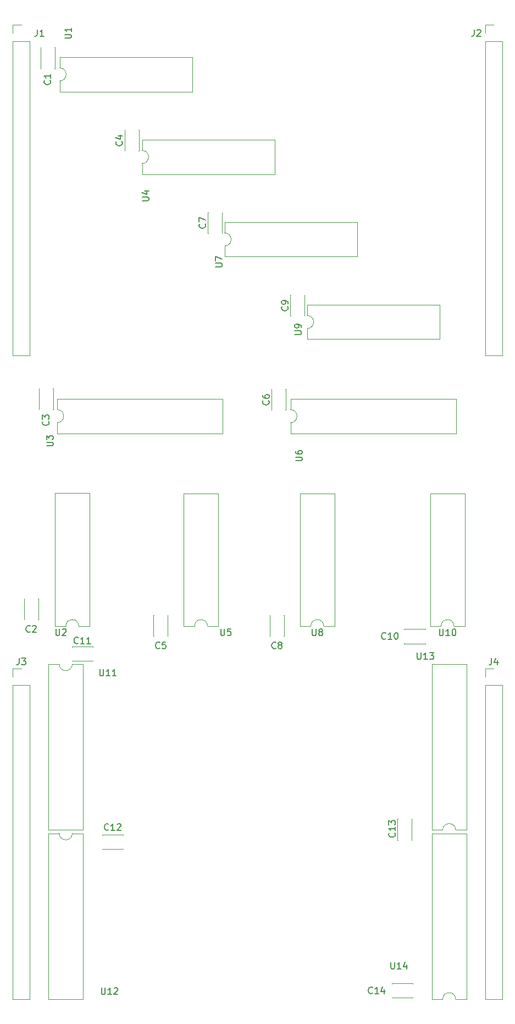
<source format=gbr>
%TF.GenerationSoftware,KiCad,Pcbnew,7.0.6-0*%
%TF.CreationDate,2023-08-04T10:28:54-07:00*%
%TF.ProjectId,V503,56353033-2e6b-4696-9361-645f70636258,rev?*%
%TF.SameCoordinates,Original*%
%TF.FileFunction,Legend,Top*%
%TF.FilePolarity,Positive*%
%FSLAX46Y46*%
G04 Gerber Fmt 4.6, Leading zero omitted, Abs format (unit mm)*
G04 Created by KiCad (PCBNEW 7.0.6-0) date 2023-08-04 10:28:54*
%MOMM*%
%LPD*%
G01*
G04 APERTURE LIST*
%ADD10C,0.150000*%
%ADD11C,0.120000*%
G04 APERTURE END LIST*
D10*
X55080819Y-56895904D02*
X55890342Y-56895904D01*
X55890342Y-56895904D02*
X55985580Y-56848285D01*
X55985580Y-56848285D02*
X56033200Y-56800666D01*
X56033200Y-56800666D02*
X56080819Y-56705428D01*
X56080819Y-56705428D02*
X56080819Y-56514952D01*
X56080819Y-56514952D02*
X56033200Y-56419714D01*
X56033200Y-56419714D02*
X55985580Y-56372095D01*
X55985580Y-56372095D02*
X55890342Y-56324476D01*
X55890342Y-56324476D02*
X55080819Y-56324476D01*
X55414152Y-55419714D02*
X56080819Y-55419714D01*
X55033200Y-55657809D02*
X55747485Y-55895904D01*
X55747485Y-55895904D02*
X55747485Y-55276857D01*
X40348819Y-94614904D02*
X41158342Y-94614904D01*
X41158342Y-94614904D02*
X41253580Y-94567285D01*
X41253580Y-94567285D02*
X41301200Y-94519666D01*
X41301200Y-94519666D02*
X41348819Y-94424428D01*
X41348819Y-94424428D02*
X41348819Y-94233952D01*
X41348819Y-94233952D02*
X41301200Y-94138714D01*
X41301200Y-94138714D02*
X41253580Y-94091095D01*
X41253580Y-94091095D02*
X41158342Y-94043476D01*
X41158342Y-94043476D02*
X40348819Y-94043476D01*
X40348819Y-93662523D02*
X40348819Y-93043476D01*
X40348819Y-93043476D02*
X40729771Y-93376809D01*
X40729771Y-93376809D02*
X40729771Y-93233952D01*
X40729771Y-93233952D02*
X40777390Y-93138714D01*
X40777390Y-93138714D02*
X40825009Y-93091095D01*
X40825009Y-93091095D02*
X40920247Y-93043476D01*
X40920247Y-93043476D02*
X41158342Y-93043476D01*
X41158342Y-93043476D02*
X41253580Y-93091095D01*
X41253580Y-93091095D02*
X41301200Y-93138714D01*
X41301200Y-93138714D02*
X41348819Y-93233952D01*
X41348819Y-93233952D02*
X41348819Y-93519666D01*
X41348819Y-93519666D02*
X41301200Y-93614904D01*
X41301200Y-93614904D02*
X41253580Y-93662523D01*
X77448580Y-73191666D02*
X77496200Y-73239285D01*
X77496200Y-73239285D02*
X77543819Y-73382142D01*
X77543819Y-73382142D02*
X77543819Y-73477380D01*
X77543819Y-73477380D02*
X77496200Y-73620237D01*
X77496200Y-73620237D02*
X77400961Y-73715475D01*
X77400961Y-73715475D02*
X77305723Y-73763094D01*
X77305723Y-73763094D02*
X77115247Y-73810713D01*
X77115247Y-73810713D02*
X76972390Y-73810713D01*
X76972390Y-73810713D02*
X76781914Y-73763094D01*
X76781914Y-73763094D02*
X76686676Y-73715475D01*
X76686676Y-73715475D02*
X76591438Y-73620237D01*
X76591438Y-73620237D02*
X76543819Y-73477380D01*
X76543819Y-73477380D02*
X76543819Y-73382142D01*
X76543819Y-73382142D02*
X76591438Y-73239285D01*
X76591438Y-73239285D02*
X76639057Y-73191666D01*
X77543819Y-72715475D02*
X77543819Y-72524999D01*
X77543819Y-72524999D02*
X77496200Y-72429761D01*
X77496200Y-72429761D02*
X77448580Y-72382142D01*
X77448580Y-72382142D02*
X77305723Y-72286904D01*
X77305723Y-72286904D02*
X77115247Y-72239285D01*
X77115247Y-72239285D02*
X76734295Y-72239285D01*
X76734295Y-72239285D02*
X76639057Y-72286904D01*
X76639057Y-72286904D02*
X76591438Y-72334523D01*
X76591438Y-72334523D02*
X76543819Y-72429761D01*
X76543819Y-72429761D02*
X76543819Y-72620237D01*
X76543819Y-72620237D02*
X76591438Y-72715475D01*
X76591438Y-72715475D02*
X76639057Y-72763094D01*
X76639057Y-72763094D02*
X76734295Y-72810713D01*
X76734295Y-72810713D02*
X76972390Y-72810713D01*
X76972390Y-72810713D02*
X77067628Y-72763094D01*
X77067628Y-72763094D02*
X77115247Y-72715475D01*
X77115247Y-72715475D02*
X77162866Y-72620237D01*
X77162866Y-72620237D02*
X77162866Y-72429761D01*
X77162866Y-72429761D02*
X77115247Y-72334523D01*
X77115247Y-72334523D02*
X77067628Y-72286904D01*
X77067628Y-72286904D02*
X76972390Y-72239285D01*
X57765333Y-125708580D02*
X57717714Y-125756200D01*
X57717714Y-125756200D02*
X57574857Y-125803819D01*
X57574857Y-125803819D02*
X57479619Y-125803819D01*
X57479619Y-125803819D02*
X57336762Y-125756200D01*
X57336762Y-125756200D02*
X57241524Y-125660961D01*
X57241524Y-125660961D02*
X57193905Y-125565723D01*
X57193905Y-125565723D02*
X57146286Y-125375247D01*
X57146286Y-125375247D02*
X57146286Y-125232390D01*
X57146286Y-125232390D02*
X57193905Y-125041914D01*
X57193905Y-125041914D02*
X57241524Y-124946676D01*
X57241524Y-124946676D02*
X57336762Y-124851438D01*
X57336762Y-124851438D02*
X57479619Y-124803819D01*
X57479619Y-124803819D02*
X57574857Y-124803819D01*
X57574857Y-124803819D02*
X57717714Y-124851438D01*
X57717714Y-124851438D02*
X57765333Y-124899057D01*
X58670095Y-124803819D02*
X58193905Y-124803819D01*
X58193905Y-124803819D02*
X58146286Y-125280009D01*
X58146286Y-125280009D02*
X58193905Y-125232390D01*
X58193905Y-125232390D02*
X58289143Y-125184771D01*
X58289143Y-125184771D02*
X58527238Y-125184771D01*
X58527238Y-125184771D02*
X58622476Y-125232390D01*
X58622476Y-125232390D02*
X58670095Y-125280009D01*
X58670095Y-125280009D02*
X58717714Y-125375247D01*
X58717714Y-125375247D02*
X58717714Y-125613342D01*
X58717714Y-125613342D02*
X58670095Y-125708580D01*
X58670095Y-125708580D02*
X58622476Y-125756200D01*
X58622476Y-125756200D02*
X58527238Y-125803819D01*
X58527238Y-125803819D02*
X58289143Y-125803819D01*
X58289143Y-125803819D02*
X58193905Y-125756200D01*
X58193905Y-125756200D02*
X58146286Y-125708580D01*
X48799905Y-178016819D02*
X48799905Y-178826342D01*
X48799905Y-178826342D02*
X48847524Y-178921580D01*
X48847524Y-178921580D02*
X48895143Y-178969200D01*
X48895143Y-178969200D02*
X48990381Y-179016819D01*
X48990381Y-179016819D02*
X49180857Y-179016819D01*
X49180857Y-179016819D02*
X49276095Y-178969200D01*
X49276095Y-178969200D02*
X49323714Y-178921580D01*
X49323714Y-178921580D02*
X49371333Y-178826342D01*
X49371333Y-178826342D02*
X49371333Y-178016819D01*
X50371333Y-179016819D02*
X49799905Y-179016819D01*
X50085619Y-179016819D02*
X50085619Y-178016819D01*
X50085619Y-178016819D02*
X49990381Y-178159676D01*
X49990381Y-178159676D02*
X49895143Y-178254914D01*
X49895143Y-178254914D02*
X49799905Y-178302533D01*
X50752286Y-178112057D02*
X50799905Y-178064438D01*
X50799905Y-178064438D02*
X50895143Y-178016819D01*
X50895143Y-178016819D02*
X51133238Y-178016819D01*
X51133238Y-178016819D02*
X51228476Y-178064438D01*
X51228476Y-178064438D02*
X51276095Y-178112057D01*
X51276095Y-178112057D02*
X51323714Y-178207295D01*
X51323714Y-178207295D02*
X51323714Y-178302533D01*
X51323714Y-178302533D02*
X51276095Y-178445390D01*
X51276095Y-178445390D02*
X50704667Y-179016819D01*
X50704667Y-179016819D02*
X51323714Y-179016819D01*
X64748580Y-60491666D02*
X64796200Y-60539285D01*
X64796200Y-60539285D02*
X64843819Y-60682142D01*
X64843819Y-60682142D02*
X64843819Y-60777380D01*
X64843819Y-60777380D02*
X64796200Y-60920237D01*
X64796200Y-60920237D02*
X64700961Y-61015475D01*
X64700961Y-61015475D02*
X64605723Y-61063094D01*
X64605723Y-61063094D02*
X64415247Y-61110713D01*
X64415247Y-61110713D02*
X64272390Y-61110713D01*
X64272390Y-61110713D02*
X64081914Y-61063094D01*
X64081914Y-61063094D02*
X63986676Y-61015475D01*
X63986676Y-61015475D02*
X63891438Y-60920237D01*
X63891438Y-60920237D02*
X63843819Y-60777380D01*
X63843819Y-60777380D02*
X63843819Y-60682142D01*
X63843819Y-60682142D02*
X63891438Y-60539285D01*
X63891438Y-60539285D02*
X63939057Y-60491666D01*
X63843819Y-60158332D02*
X63843819Y-59491666D01*
X63843819Y-59491666D02*
X64843819Y-59920237D01*
X78575819Y-77469904D02*
X79385342Y-77469904D01*
X79385342Y-77469904D02*
X79480580Y-77422285D01*
X79480580Y-77422285D02*
X79528200Y-77374666D01*
X79528200Y-77374666D02*
X79575819Y-77279428D01*
X79575819Y-77279428D02*
X79575819Y-77088952D01*
X79575819Y-77088952D02*
X79528200Y-76993714D01*
X79528200Y-76993714D02*
X79480580Y-76946095D01*
X79480580Y-76946095D02*
X79385342Y-76898476D01*
X79385342Y-76898476D02*
X78575819Y-76898476D01*
X79575819Y-76374666D02*
X79575819Y-76184190D01*
X79575819Y-76184190D02*
X79528200Y-76088952D01*
X79528200Y-76088952D02*
X79480580Y-76041333D01*
X79480580Y-76041333D02*
X79337723Y-75946095D01*
X79337723Y-75946095D02*
X79147247Y-75898476D01*
X79147247Y-75898476D02*
X78766295Y-75898476D01*
X78766295Y-75898476D02*
X78671057Y-75946095D01*
X78671057Y-75946095D02*
X78623438Y-75993714D01*
X78623438Y-75993714D02*
X78575819Y-76088952D01*
X78575819Y-76088952D02*
X78575819Y-76279428D01*
X78575819Y-76279428D02*
X78623438Y-76374666D01*
X78623438Y-76374666D02*
X78671057Y-76422285D01*
X78671057Y-76422285D02*
X78766295Y-76469904D01*
X78766295Y-76469904D02*
X79004390Y-76469904D01*
X79004390Y-76469904D02*
X79099628Y-76422285D01*
X79099628Y-76422285D02*
X79147247Y-76374666D01*
X79147247Y-76374666D02*
X79194866Y-76279428D01*
X79194866Y-76279428D02*
X79194866Y-76088952D01*
X79194866Y-76088952D02*
X79147247Y-75993714D01*
X79147247Y-75993714D02*
X79099628Y-75946095D01*
X79099628Y-75946095D02*
X79004390Y-75898476D01*
X78702819Y-96900904D02*
X79512342Y-96900904D01*
X79512342Y-96900904D02*
X79607580Y-96853285D01*
X79607580Y-96853285D02*
X79655200Y-96805666D01*
X79655200Y-96805666D02*
X79702819Y-96710428D01*
X79702819Y-96710428D02*
X79702819Y-96519952D01*
X79702819Y-96519952D02*
X79655200Y-96424714D01*
X79655200Y-96424714D02*
X79607580Y-96377095D01*
X79607580Y-96377095D02*
X79512342Y-96329476D01*
X79512342Y-96329476D02*
X78702819Y-96329476D01*
X78702819Y-95424714D02*
X78702819Y-95615190D01*
X78702819Y-95615190D02*
X78750438Y-95710428D01*
X78750438Y-95710428D02*
X78798057Y-95758047D01*
X78798057Y-95758047D02*
X78940914Y-95853285D01*
X78940914Y-95853285D02*
X79131390Y-95900904D01*
X79131390Y-95900904D02*
X79512342Y-95900904D01*
X79512342Y-95900904D02*
X79607580Y-95853285D01*
X79607580Y-95853285D02*
X79655200Y-95805666D01*
X79655200Y-95805666D02*
X79702819Y-95710428D01*
X79702819Y-95710428D02*
X79702819Y-95519952D01*
X79702819Y-95519952D02*
X79655200Y-95424714D01*
X79655200Y-95424714D02*
X79607580Y-95377095D01*
X79607580Y-95377095D02*
X79512342Y-95329476D01*
X79512342Y-95329476D02*
X79274247Y-95329476D01*
X79274247Y-95329476D02*
X79179009Y-95377095D01*
X79179009Y-95377095D02*
X79131390Y-95424714D01*
X79131390Y-95424714D02*
X79083771Y-95519952D01*
X79083771Y-95519952D02*
X79083771Y-95710428D01*
X79083771Y-95710428D02*
X79131390Y-95805666D01*
X79131390Y-95805666D02*
X79179009Y-95853285D01*
X79179009Y-95853285D02*
X79274247Y-95900904D01*
X41783095Y-122771819D02*
X41783095Y-123581342D01*
X41783095Y-123581342D02*
X41830714Y-123676580D01*
X41830714Y-123676580D02*
X41878333Y-123724200D01*
X41878333Y-123724200D02*
X41973571Y-123771819D01*
X41973571Y-123771819D02*
X42164047Y-123771819D01*
X42164047Y-123771819D02*
X42259285Y-123724200D01*
X42259285Y-123724200D02*
X42306904Y-123676580D01*
X42306904Y-123676580D02*
X42354523Y-123581342D01*
X42354523Y-123581342D02*
X42354523Y-122771819D01*
X42783095Y-122867057D02*
X42830714Y-122819438D01*
X42830714Y-122819438D02*
X42925952Y-122771819D01*
X42925952Y-122771819D02*
X43164047Y-122771819D01*
X43164047Y-122771819D02*
X43259285Y-122819438D01*
X43259285Y-122819438D02*
X43306904Y-122867057D01*
X43306904Y-122867057D02*
X43354523Y-122962295D01*
X43354523Y-122962295D02*
X43354523Y-123057533D01*
X43354523Y-123057533D02*
X43306904Y-123200390D01*
X43306904Y-123200390D02*
X42735476Y-123771819D01*
X42735476Y-123771819D02*
X43354523Y-123771819D01*
X43142819Y-31876904D02*
X43952342Y-31876904D01*
X43952342Y-31876904D02*
X44047580Y-31829285D01*
X44047580Y-31829285D02*
X44095200Y-31781666D01*
X44095200Y-31781666D02*
X44142819Y-31686428D01*
X44142819Y-31686428D02*
X44142819Y-31495952D01*
X44142819Y-31495952D02*
X44095200Y-31400714D01*
X44095200Y-31400714D02*
X44047580Y-31353095D01*
X44047580Y-31353095D02*
X43952342Y-31305476D01*
X43952342Y-31305476D02*
X43142819Y-31305476D01*
X44142819Y-30305476D02*
X44142819Y-30876904D01*
X44142819Y-30591190D02*
X43142819Y-30591190D01*
X43142819Y-30591190D02*
X43285676Y-30686428D01*
X43285676Y-30686428D02*
X43380914Y-30781666D01*
X43380914Y-30781666D02*
X43428533Y-30876904D01*
X93958580Y-154185857D02*
X94006200Y-154233476D01*
X94006200Y-154233476D02*
X94053819Y-154376333D01*
X94053819Y-154376333D02*
X94053819Y-154471571D01*
X94053819Y-154471571D02*
X94006200Y-154614428D01*
X94006200Y-154614428D02*
X93910961Y-154709666D01*
X93910961Y-154709666D02*
X93815723Y-154757285D01*
X93815723Y-154757285D02*
X93625247Y-154804904D01*
X93625247Y-154804904D02*
X93482390Y-154804904D01*
X93482390Y-154804904D02*
X93291914Y-154757285D01*
X93291914Y-154757285D02*
X93196676Y-154709666D01*
X93196676Y-154709666D02*
X93101438Y-154614428D01*
X93101438Y-154614428D02*
X93053819Y-154471571D01*
X93053819Y-154471571D02*
X93053819Y-154376333D01*
X93053819Y-154376333D02*
X93101438Y-154233476D01*
X93101438Y-154233476D02*
X93149057Y-154185857D01*
X94053819Y-153233476D02*
X94053819Y-153804904D01*
X94053819Y-153519190D02*
X93053819Y-153519190D01*
X93053819Y-153519190D02*
X93196676Y-153614428D01*
X93196676Y-153614428D02*
X93291914Y-153709666D01*
X93291914Y-153709666D02*
X93339533Y-153804904D01*
X93053819Y-152900142D02*
X93053819Y-152281095D01*
X93053819Y-152281095D02*
X93434771Y-152614428D01*
X93434771Y-152614428D02*
X93434771Y-152471571D01*
X93434771Y-152471571D02*
X93482390Y-152376333D01*
X93482390Y-152376333D02*
X93530009Y-152328714D01*
X93530009Y-152328714D02*
X93625247Y-152281095D01*
X93625247Y-152281095D02*
X93863342Y-152281095D01*
X93863342Y-152281095D02*
X93958580Y-152328714D01*
X93958580Y-152328714D02*
X94006200Y-152376333D01*
X94006200Y-152376333D02*
X94053819Y-152471571D01*
X94053819Y-152471571D02*
X94053819Y-152757285D01*
X94053819Y-152757285D02*
X94006200Y-152852523D01*
X94006200Y-152852523D02*
X93958580Y-152900142D01*
X66383819Y-67055904D02*
X67193342Y-67055904D01*
X67193342Y-67055904D02*
X67288580Y-67008285D01*
X67288580Y-67008285D02*
X67336200Y-66960666D01*
X67336200Y-66960666D02*
X67383819Y-66865428D01*
X67383819Y-66865428D02*
X67383819Y-66674952D01*
X67383819Y-66674952D02*
X67336200Y-66579714D01*
X67336200Y-66579714D02*
X67288580Y-66532095D01*
X67288580Y-66532095D02*
X67193342Y-66484476D01*
X67193342Y-66484476D02*
X66383819Y-66484476D01*
X66383819Y-66103523D02*
X66383819Y-65436857D01*
X66383819Y-65436857D02*
X67383819Y-65865428D01*
X67183095Y-122771819D02*
X67183095Y-123581342D01*
X67183095Y-123581342D02*
X67230714Y-123676580D01*
X67230714Y-123676580D02*
X67278333Y-123724200D01*
X67278333Y-123724200D02*
X67373571Y-123771819D01*
X67373571Y-123771819D02*
X67564047Y-123771819D01*
X67564047Y-123771819D02*
X67659285Y-123724200D01*
X67659285Y-123724200D02*
X67706904Y-123676580D01*
X67706904Y-123676580D02*
X67754523Y-123581342D01*
X67754523Y-123581342D02*
X67754523Y-122771819D01*
X68706904Y-122771819D02*
X68230714Y-122771819D01*
X68230714Y-122771819D02*
X68183095Y-123248009D01*
X68183095Y-123248009D02*
X68230714Y-123200390D01*
X68230714Y-123200390D02*
X68325952Y-123152771D01*
X68325952Y-123152771D02*
X68564047Y-123152771D01*
X68564047Y-123152771D02*
X68659285Y-123200390D01*
X68659285Y-123200390D02*
X68706904Y-123248009D01*
X68706904Y-123248009D02*
X68754523Y-123343247D01*
X68754523Y-123343247D02*
X68754523Y-123581342D01*
X68754523Y-123581342D02*
X68706904Y-123676580D01*
X68706904Y-123676580D02*
X68659285Y-123724200D01*
X68659285Y-123724200D02*
X68564047Y-123771819D01*
X68564047Y-123771819D02*
X68325952Y-123771819D01*
X68325952Y-123771819D02*
X68230714Y-123724200D01*
X68230714Y-123724200D02*
X68183095Y-123676580D01*
X90543142Y-178794580D02*
X90495523Y-178842200D01*
X90495523Y-178842200D02*
X90352666Y-178889819D01*
X90352666Y-178889819D02*
X90257428Y-178889819D01*
X90257428Y-178889819D02*
X90114571Y-178842200D01*
X90114571Y-178842200D02*
X90019333Y-178746961D01*
X90019333Y-178746961D02*
X89971714Y-178651723D01*
X89971714Y-178651723D02*
X89924095Y-178461247D01*
X89924095Y-178461247D02*
X89924095Y-178318390D01*
X89924095Y-178318390D02*
X89971714Y-178127914D01*
X89971714Y-178127914D02*
X90019333Y-178032676D01*
X90019333Y-178032676D02*
X90114571Y-177937438D01*
X90114571Y-177937438D02*
X90257428Y-177889819D01*
X90257428Y-177889819D02*
X90352666Y-177889819D01*
X90352666Y-177889819D02*
X90495523Y-177937438D01*
X90495523Y-177937438D02*
X90543142Y-177985057D01*
X91495523Y-178889819D02*
X90924095Y-178889819D01*
X91209809Y-178889819D02*
X91209809Y-177889819D01*
X91209809Y-177889819D02*
X91114571Y-178032676D01*
X91114571Y-178032676D02*
X91019333Y-178127914D01*
X91019333Y-178127914D02*
X90924095Y-178175533D01*
X92352666Y-178223152D02*
X92352666Y-178889819D01*
X92114571Y-177842200D02*
X91876476Y-178556485D01*
X91876476Y-178556485D02*
X92495523Y-178556485D01*
X100869905Y-122815819D02*
X100869905Y-123625342D01*
X100869905Y-123625342D02*
X100917524Y-123720580D01*
X100917524Y-123720580D02*
X100965143Y-123768200D01*
X100965143Y-123768200D02*
X101060381Y-123815819D01*
X101060381Y-123815819D02*
X101250857Y-123815819D01*
X101250857Y-123815819D02*
X101346095Y-123768200D01*
X101346095Y-123768200D02*
X101393714Y-123720580D01*
X101393714Y-123720580D02*
X101441333Y-123625342D01*
X101441333Y-123625342D02*
X101441333Y-122815819D01*
X102441333Y-123815819D02*
X101869905Y-123815819D01*
X102155619Y-123815819D02*
X102155619Y-122815819D01*
X102155619Y-122815819D02*
X102060381Y-122958676D01*
X102060381Y-122958676D02*
X101965143Y-123053914D01*
X101965143Y-123053914D02*
X101869905Y-123101533D01*
X103060381Y-122815819D02*
X103155619Y-122815819D01*
X103155619Y-122815819D02*
X103250857Y-122863438D01*
X103250857Y-122863438D02*
X103298476Y-122911057D01*
X103298476Y-122911057D02*
X103346095Y-123006295D01*
X103346095Y-123006295D02*
X103393714Y-123196771D01*
X103393714Y-123196771D02*
X103393714Y-123434866D01*
X103393714Y-123434866D02*
X103346095Y-123625342D01*
X103346095Y-123625342D02*
X103298476Y-123720580D01*
X103298476Y-123720580D02*
X103250857Y-123768200D01*
X103250857Y-123768200D02*
X103155619Y-123815819D01*
X103155619Y-123815819D02*
X103060381Y-123815819D01*
X103060381Y-123815819D02*
X102965143Y-123768200D01*
X102965143Y-123768200D02*
X102917524Y-123720580D01*
X102917524Y-123720580D02*
X102869905Y-123625342D01*
X102869905Y-123625342D02*
X102822286Y-123434866D01*
X102822286Y-123434866D02*
X102822286Y-123196771D01*
X102822286Y-123196771D02*
X102869905Y-123006295D01*
X102869905Y-123006295D02*
X102917524Y-122911057D01*
X102917524Y-122911057D02*
X102965143Y-122863438D01*
X102965143Y-122863438D02*
X103060381Y-122815819D01*
X40618580Y-90844666D02*
X40666200Y-90892285D01*
X40666200Y-90892285D02*
X40713819Y-91035142D01*
X40713819Y-91035142D02*
X40713819Y-91130380D01*
X40713819Y-91130380D02*
X40666200Y-91273237D01*
X40666200Y-91273237D02*
X40570961Y-91368475D01*
X40570961Y-91368475D02*
X40475723Y-91416094D01*
X40475723Y-91416094D02*
X40285247Y-91463713D01*
X40285247Y-91463713D02*
X40142390Y-91463713D01*
X40142390Y-91463713D02*
X39951914Y-91416094D01*
X39951914Y-91416094D02*
X39856676Y-91368475D01*
X39856676Y-91368475D02*
X39761438Y-91273237D01*
X39761438Y-91273237D02*
X39713819Y-91130380D01*
X39713819Y-91130380D02*
X39713819Y-91035142D01*
X39713819Y-91035142D02*
X39761438Y-90892285D01*
X39761438Y-90892285D02*
X39809057Y-90844666D01*
X39713819Y-90511332D02*
X39713819Y-89892285D01*
X39713819Y-89892285D02*
X40094771Y-90225618D01*
X40094771Y-90225618D02*
X40094771Y-90082761D01*
X40094771Y-90082761D02*
X40142390Y-89987523D01*
X40142390Y-89987523D02*
X40190009Y-89939904D01*
X40190009Y-89939904D02*
X40285247Y-89892285D01*
X40285247Y-89892285D02*
X40523342Y-89892285D01*
X40523342Y-89892285D02*
X40618580Y-89939904D01*
X40618580Y-89939904D02*
X40666200Y-89987523D01*
X40666200Y-89987523D02*
X40713819Y-90082761D01*
X40713819Y-90082761D02*
X40713819Y-90368475D01*
X40713819Y-90368475D02*
X40666200Y-90463713D01*
X40666200Y-90463713D02*
X40618580Y-90511332D01*
X45204142Y-124946580D02*
X45156523Y-124994200D01*
X45156523Y-124994200D02*
X45013666Y-125041819D01*
X45013666Y-125041819D02*
X44918428Y-125041819D01*
X44918428Y-125041819D02*
X44775571Y-124994200D01*
X44775571Y-124994200D02*
X44680333Y-124898961D01*
X44680333Y-124898961D02*
X44632714Y-124803723D01*
X44632714Y-124803723D02*
X44585095Y-124613247D01*
X44585095Y-124613247D02*
X44585095Y-124470390D01*
X44585095Y-124470390D02*
X44632714Y-124279914D01*
X44632714Y-124279914D02*
X44680333Y-124184676D01*
X44680333Y-124184676D02*
X44775571Y-124089438D01*
X44775571Y-124089438D02*
X44918428Y-124041819D01*
X44918428Y-124041819D02*
X45013666Y-124041819D01*
X45013666Y-124041819D02*
X45156523Y-124089438D01*
X45156523Y-124089438D02*
X45204142Y-124137057D01*
X46156523Y-125041819D02*
X45585095Y-125041819D01*
X45870809Y-125041819D02*
X45870809Y-124041819D01*
X45870809Y-124041819D02*
X45775571Y-124184676D01*
X45775571Y-124184676D02*
X45680333Y-124279914D01*
X45680333Y-124279914D02*
X45585095Y-124327533D01*
X47108904Y-125041819D02*
X46537476Y-125041819D01*
X46823190Y-125041819D02*
X46823190Y-124041819D01*
X46823190Y-124041819D02*
X46727952Y-124184676D01*
X46727952Y-124184676D02*
X46632714Y-124279914D01*
X46632714Y-124279914D02*
X46537476Y-124327533D01*
X75652333Y-125708580D02*
X75604714Y-125756200D01*
X75604714Y-125756200D02*
X75461857Y-125803819D01*
X75461857Y-125803819D02*
X75366619Y-125803819D01*
X75366619Y-125803819D02*
X75223762Y-125756200D01*
X75223762Y-125756200D02*
X75128524Y-125660961D01*
X75128524Y-125660961D02*
X75080905Y-125565723D01*
X75080905Y-125565723D02*
X75033286Y-125375247D01*
X75033286Y-125375247D02*
X75033286Y-125232390D01*
X75033286Y-125232390D02*
X75080905Y-125041914D01*
X75080905Y-125041914D02*
X75128524Y-124946676D01*
X75128524Y-124946676D02*
X75223762Y-124851438D01*
X75223762Y-124851438D02*
X75366619Y-124803819D01*
X75366619Y-124803819D02*
X75461857Y-124803819D01*
X75461857Y-124803819D02*
X75604714Y-124851438D01*
X75604714Y-124851438D02*
X75652333Y-124899057D01*
X76223762Y-125232390D02*
X76128524Y-125184771D01*
X76128524Y-125184771D02*
X76080905Y-125137152D01*
X76080905Y-125137152D02*
X76033286Y-125041914D01*
X76033286Y-125041914D02*
X76033286Y-124994295D01*
X76033286Y-124994295D02*
X76080905Y-124899057D01*
X76080905Y-124899057D02*
X76128524Y-124851438D01*
X76128524Y-124851438D02*
X76223762Y-124803819D01*
X76223762Y-124803819D02*
X76414238Y-124803819D01*
X76414238Y-124803819D02*
X76509476Y-124851438D01*
X76509476Y-124851438D02*
X76557095Y-124899057D01*
X76557095Y-124899057D02*
X76604714Y-124994295D01*
X76604714Y-124994295D02*
X76604714Y-125041914D01*
X76604714Y-125041914D02*
X76557095Y-125137152D01*
X76557095Y-125137152D02*
X76509476Y-125184771D01*
X76509476Y-125184771D02*
X76414238Y-125232390D01*
X76414238Y-125232390D02*
X76223762Y-125232390D01*
X76223762Y-125232390D02*
X76128524Y-125280009D01*
X76128524Y-125280009D02*
X76080905Y-125327628D01*
X76080905Y-125327628D02*
X76033286Y-125422866D01*
X76033286Y-125422866D02*
X76033286Y-125613342D01*
X76033286Y-125613342D02*
X76080905Y-125708580D01*
X76080905Y-125708580D02*
X76128524Y-125756200D01*
X76128524Y-125756200D02*
X76223762Y-125803819D01*
X76223762Y-125803819D02*
X76414238Y-125803819D01*
X76414238Y-125803819D02*
X76509476Y-125756200D01*
X76509476Y-125756200D02*
X76557095Y-125708580D01*
X76557095Y-125708580D02*
X76604714Y-125613342D01*
X76604714Y-125613342D02*
X76604714Y-125422866D01*
X76604714Y-125422866D02*
X76557095Y-125327628D01*
X76557095Y-125327628D02*
X76509476Y-125280009D01*
X76509476Y-125280009D02*
X76414238Y-125232390D01*
X38909666Y-30569819D02*
X38909666Y-31284104D01*
X38909666Y-31284104D02*
X38862047Y-31426961D01*
X38862047Y-31426961D02*
X38766809Y-31522200D01*
X38766809Y-31522200D02*
X38623952Y-31569819D01*
X38623952Y-31569819D02*
X38528714Y-31569819D01*
X39909666Y-31569819D02*
X39338238Y-31569819D01*
X39623952Y-31569819D02*
X39623952Y-30569819D01*
X39623952Y-30569819D02*
X39528714Y-30712676D01*
X39528714Y-30712676D02*
X39433476Y-30807914D01*
X39433476Y-30807914D02*
X39338238Y-30855533D01*
X74527580Y-87669666D02*
X74575200Y-87717285D01*
X74575200Y-87717285D02*
X74622819Y-87860142D01*
X74622819Y-87860142D02*
X74622819Y-87955380D01*
X74622819Y-87955380D02*
X74575200Y-88098237D01*
X74575200Y-88098237D02*
X74479961Y-88193475D01*
X74479961Y-88193475D02*
X74384723Y-88241094D01*
X74384723Y-88241094D02*
X74194247Y-88288713D01*
X74194247Y-88288713D02*
X74051390Y-88288713D01*
X74051390Y-88288713D02*
X73860914Y-88241094D01*
X73860914Y-88241094D02*
X73765676Y-88193475D01*
X73765676Y-88193475D02*
X73670438Y-88098237D01*
X73670438Y-88098237D02*
X73622819Y-87955380D01*
X73622819Y-87955380D02*
X73622819Y-87860142D01*
X73622819Y-87860142D02*
X73670438Y-87717285D01*
X73670438Y-87717285D02*
X73718057Y-87669666D01*
X73622819Y-86812523D02*
X73622819Y-87002999D01*
X73622819Y-87002999D02*
X73670438Y-87098237D01*
X73670438Y-87098237D02*
X73718057Y-87145856D01*
X73718057Y-87145856D02*
X73860914Y-87241094D01*
X73860914Y-87241094D02*
X74051390Y-87288713D01*
X74051390Y-87288713D02*
X74432342Y-87288713D01*
X74432342Y-87288713D02*
X74527580Y-87241094D01*
X74527580Y-87241094D02*
X74575200Y-87193475D01*
X74575200Y-87193475D02*
X74622819Y-87098237D01*
X74622819Y-87098237D02*
X74622819Y-86907761D01*
X74622819Y-86907761D02*
X74575200Y-86812523D01*
X74575200Y-86812523D02*
X74527580Y-86764904D01*
X74527580Y-86764904D02*
X74432342Y-86717285D01*
X74432342Y-86717285D02*
X74194247Y-86717285D01*
X74194247Y-86717285D02*
X74099009Y-86764904D01*
X74099009Y-86764904D02*
X74051390Y-86812523D01*
X74051390Y-86812523D02*
X74003771Y-86907761D01*
X74003771Y-86907761D02*
X74003771Y-87098237D01*
X74003771Y-87098237D02*
X74051390Y-87193475D01*
X74051390Y-87193475D02*
X74099009Y-87241094D01*
X74099009Y-87241094D02*
X74194247Y-87288713D01*
X106219666Y-30569819D02*
X106219666Y-31284104D01*
X106219666Y-31284104D02*
X106172047Y-31426961D01*
X106172047Y-31426961D02*
X106076809Y-31522200D01*
X106076809Y-31522200D02*
X105933952Y-31569819D01*
X105933952Y-31569819D02*
X105838714Y-31569819D01*
X106648238Y-30665057D02*
X106695857Y-30617438D01*
X106695857Y-30617438D02*
X106791095Y-30569819D01*
X106791095Y-30569819D02*
X107029190Y-30569819D01*
X107029190Y-30569819D02*
X107124428Y-30617438D01*
X107124428Y-30617438D02*
X107172047Y-30665057D01*
X107172047Y-30665057D02*
X107219666Y-30760295D01*
X107219666Y-30760295D02*
X107219666Y-30855533D01*
X107219666Y-30855533D02*
X107172047Y-30998390D01*
X107172047Y-30998390D02*
X106600619Y-31569819D01*
X106600619Y-31569819D02*
X107219666Y-31569819D01*
X48545905Y-128994819D02*
X48545905Y-129804342D01*
X48545905Y-129804342D02*
X48593524Y-129899580D01*
X48593524Y-129899580D02*
X48641143Y-129947200D01*
X48641143Y-129947200D02*
X48736381Y-129994819D01*
X48736381Y-129994819D02*
X48926857Y-129994819D01*
X48926857Y-129994819D02*
X49022095Y-129947200D01*
X49022095Y-129947200D02*
X49069714Y-129899580D01*
X49069714Y-129899580D02*
X49117333Y-129804342D01*
X49117333Y-129804342D02*
X49117333Y-128994819D01*
X50117333Y-129994819D02*
X49545905Y-129994819D01*
X49831619Y-129994819D02*
X49831619Y-128994819D01*
X49831619Y-128994819D02*
X49736381Y-129137676D01*
X49736381Y-129137676D02*
X49641143Y-129232914D01*
X49641143Y-129232914D02*
X49545905Y-129280533D01*
X51069714Y-129994819D02*
X50498286Y-129994819D01*
X50784000Y-129994819D02*
X50784000Y-128994819D01*
X50784000Y-128994819D02*
X50688762Y-129137676D01*
X50688762Y-129137676D02*
X50593524Y-129232914D01*
X50593524Y-129232914D02*
X50498286Y-129280533D01*
X108886666Y-127299819D02*
X108886666Y-128014104D01*
X108886666Y-128014104D02*
X108839047Y-128156961D01*
X108839047Y-128156961D02*
X108743809Y-128252200D01*
X108743809Y-128252200D02*
X108600952Y-128299819D01*
X108600952Y-128299819D02*
X108505714Y-128299819D01*
X109791428Y-127633152D02*
X109791428Y-128299819D01*
X109553333Y-127252200D02*
X109315238Y-127966485D01*
X109315238Y-127966485D02*
X109934285Y-127966485D01*
X40872580Y-38393666D02*
X40920200Y-38441285D01*
X40920200Y-38441285D02*
X40967819Y-38584142D01*
X40967819Y-38584142D02*
X40967819Y-38679380D01*
X40967819Y-38679380D02*
X40920200Y-38822237D01*
X40920200Y-38822237D02*
X40824961Y-38917475D01*
X40824961Y-38917475D02*
X40729723Y-38965094D01*
X40729723Y-38965094D02*
X40539247Y-39012713D01*
X40539247Y-39012713D02*
X40396390Y-39012713D01*
X40396390Y-39012713D02*
X40205914Y-38965094D01*
X40205914Y-38965094D02*
X40110676Y-38917475D01*
X40110676Y-38917475D02*
X40015438Y-38822237D01*
X40015438Y-38822237D02*
X39967819Y-38679380D01*
X39967819Y-38679380D02*
X39967819Y-38584142D01*
X39967819Y-38584142D02*
X40015438Y-38441285D01*
X40015438Y-38441285D02*
X40063057Y-38393666D01*
X40967819Y-37441285D02*
X40967819Y-38012713D01*
X40967819Y-37726999D02*
X39967819Y-37726999D01*
X39967819Y-37726999D02*
X40110676Y-37822237D01*
X40110676Y-37822237D02*
X40205914Y-37917475D01*
X40205914Y-37917475D02*
X40253533Y-38012713D01*
X49883142Y-153684580D02*
X49835523Y-153732200D01*
X49835523Y-153732200D02*
X49692666Y-153779819D01*
X49692666Y-153779819D02*
X49597428Y-153779819D01*
X49597428Y-153779819D02*
X49454571Y-153732200D01*
X49454571Y-153732200D02*
X49359333Y-153636961D01*
X49359333Y-153636961D02*
X49311714Y-153541723D01*
X49311714Y-153541723D02*
X49264095Y-153351247D01*
X49264095Y-153351247D02*
X49264095Y-153208390D01*
X49264095Y-153208390D02*
X49311714Y-153017914D01*
X49311714Y-153017914D02*
X49359333Y-152922676D01*
X49359333Y-152922676D02*
X49454571Y-152827438D01*
X49454571Y-152827438D02*
X49597428Y-152779819D01*
X49597428Y-152779819D02*
X49692666Y-152779819D01*
X49692666Y-152779819D02*
X49835523Y-152827438D01*
X49835523Y-152827438D02*
X49883142Y-152875057D01*
X50835523Y-153779819D02*
X50264095Y-153779819D01*
X50549809Y-153779819D02*
X50549809Y-152779819D01*
X50549809Y-152779819D02*
X50454571Y-152922676D01*
X50454571Y-152922676D02*
X50359333Y-153017914D01*
X50359333Y-153017914D02*
X50264095Y-153065533D01*
X51216476Y-152875057D02*
X51264095Y-152827438D01*
X51264095Y-152827438D02*
X51359333Y-152779819D01*
X51359333Y-152779819D02*
X51597428Y-152779819D01*
X51597428Y-152779819D02*
X51692666Y-152827438D01*
X51692666Y-152827438D02*
X51740285Y-152875057D01*
X51740285Y-152875057D02*
X51787904Y-152970295D01*
X51787904Y-152970295D02*
X51787904Y-153065533D01*
X51787904Y-153065533D02*
X51740285Y-153208390D01*
X51740285Y-153208390D02*
X51168857Y-153779819D01*
X51168857Y-153779819D02*
X51787904Y-153779819D01*
X81280095Y-122815819D02*
X81280095Y-123625342D01*
X81280095Y-123625342D02*
X81327714Y-123720580D01*
X81327714Y-123720580D02*
X81375333Y-123768200D01*
X81375333Y-123768200D02*
X81470571Y-123815819D01*
X81470571Y-123815819D02*
X81661047Y-123815819D01*
X81661047Y-123815819D02*
X81756285Y-123768200D01*
X81756285Y-123768200D02*
X81803904Y-123720580D01*
X81803904Y-123720580D02*
X81851523Y-123625342D01*
X81851523Y-123625342D02*
X81851523Y-122815819D01*
X82470571Y-123244390D02*
X82375333Y-123196771D01*
X82375333Y-123196771D02*
X82327714Y-123149152D01*
X82327714Y-123149152D02*
X82280095Y-123053914D01*
X82280095Y-123053914D02*
X82280095Y-123006295D01*
X82280095Y-123006295D02*
X82327714Y-122911057D01*
X82327714Y-122911057D02*
X82375333Y-122863438D01*
X82375333Y-122863438D02*
X82470571Y-122815819D01*
X82470571Y-122815819D02*
X82661047Y-122815819D01*
X82661047Y-122815819D02*
X82756285Y-122863438D01*
X82756285Y-122863438D02*
X82803904Y-122911057D01*
X82803904Y-122911057D02*
X82851523Y-123006295D01*
X82851523Y-123006295D02*
X82851523Y-123053914D01*
X82851523Y-123053914D02*
X82803904Y-123149152D01*
X82803904Y-123149152D02*
X82756285Y-123196771D01*
X82756285Y-123196771D02*
X82661047Y-123244390D01*
X82661047Y-123244390D02*
X82470571Y-123244390D01*
X82470571Y-123244390D02*
X82375333Y-123292009D01*
X82375333Y-123292009D02*
X82327714Y-123339628D01*
X82327714Y-123339628D02*
X82280095Y-123434866D01*
X82280095Y-123434866D02*
X82280095Y-123625342D01*
X82280095Y-123625342D02*
X82327714Y-123720580D01*
X82327714Y-123720580D02*
X82375333Y-123768200D01*
X82375333Y-123768200D02*
X82470571Y-123815819D01*
X82470571Y-123815819D02*
X82661047Y-123815819D01*
X82661047Y-123815819D02*
X82756285Y-123768200D01*
X82756285Y-123768200D02*
X82803904Y-123720580D01*
X82803904Y-123720580D02*
X82851523Y-123625342D01*
X82851523Y-123625342D02*
X82851523Y-123434866D01*
X82851523Y-123434866D02*
X82803904Y-123339628D01*
X82803904Y-123339628D02*
X82756285Y-123292009D01*
X82756285Y-123292009D02*
X82661047Y-123244390D01*
X51921580Y-47791666D02*
X51969200Y-47839285D01*
X51969200Y-47839285D02*
X52016819Y-47982142D01*
X52016819Y-47982142D02*
X52016819Y-48077380D01*
X52016819Y-48077380D02*
X51969200Y-48220237D01*
X51969200Y-48220237D02*
X51873961Y-48315475D01*
X51873961Y-48315475D02*
X51778723Y-48363094D01*
X51778723Y-48363094D02*
X51588247Y-48410713D01*
X51588247Y-48410713D02*
X51445390Y-48410713D01*
X51445390Y-48410713D02*
X51254914Y-48363094D01*
X51254914Y-48363094D02*
X51159676Y-48315475D01*
X51159676Y-48315475D02*
X51064438Y-48220237D01*
X51064438Y-48220237D02*
X51016819Y-48077380D01*
X51016819Y-48077380D02*
X51016819Y-47982142D01*
X51016819Y-47982142D02*
X51064438Y-47839285D01*
X51064438Y-47839285D02*
X51112057Y-47791666D01*
X51350152Y-46934523D02*
X52016819Y-46934523D01*
X50969200Y-47172618D02*
X51683485Y-47410713D01*
X51683485Y-47410713D02*
X51683485Y-46791666D01*
X97440905Y-126454819D02*
X97440905Y-127264342D01*
X97440905Y-127264342D02*
X97488524Y-127359580D01*
X97488524Y-127359580D02*
X97536143Y-127407200D01*
X97536143Y-127407200D02*
X97631381Y-127454819D01*
X97631381Y-127454819D02*
X97821857Y-127454819D01*
X97821857Y-127454819D02*
X97917095Y-127407200D01*
X97917095Y-127407200D02*
X97964714Y-127359580D01*
X97964714Y-127359580D02*
X98012333Y-127264342D01*
X98012333Y-127264342D02*
X98012333Y-126454819D01*
X99012333Y-127454819D02*
X98440905Y-127454819D01*
X98726619Y-127454819D02*
X98726619Y-126454819D01*
X98726619Y-126454819D02*
X98631381Y-126597676D01*
X98631381Y-126597676D02*
X98536143Y-126692914D01*
X98536143Y-126692914D02*
X98440905Y-126740533D01*
X99345667Y-126454819D02*
X99964714Y-126454819D01*
X99964714Y-126454819D02*
X99631381Y-126835771D01*
X99631381Y-126835771D02*
X99774238Y-126835771D01*
X99774238Y-126835771D02*
X99869476Y-126883390D01*
X99869476Y-126883390D02*
X99917095Y-126931009D01*
X99917095Y-126931009D02*
X99964714Y-127026247D01*
X99964714Y-127026247D02*
X99964714Y-127264342D01*
X99964714Y-127264342D02*
X99917095Y-127359580D01*
X99917095Y-127359580D02*
X99869476Y-127407200D01*
X99869476Y-127407200D02*
X99774238Y-127454819D01*
X99774238Y-127454819D02*
X99488524Y-127454819D01*
X99488524Y-127454819D02*
X99393286Y-127407200D01*
X99393286Y-127407200D02*
X99345667Y-127359580D01*
X37806333Y-123168580D02*
X37758714Y-123216200D01*
X37758714Y-123216200D02*
X37615857Y-123263819D01*
X37615857Y-123263819D02*
X37520619Y-123263819D01*
X37520619Y-123263819D02*
X37377762Y-123216200D01*
X37377762Y-123216200D02*
X37282524Y-123120961D01*
X37282524Y-123120961D02*
X37234905Y-123025723D01*
X37234905Y-123025723D02*
X37187286Y-122835247D01*
X37187286Y-122835247D02*
X37187286Y-122692390D01*
X37187286Y-122692390D02*
X37234905Y-122501914D01*
X37234905Y-122501914D02*
X37282524Y-122406676D01*
X37282524Y-122406676D02*
X37377762Y-122311438D01*
X37377762Y-122311438D02*
X37520619Y-122263819D01*
X37520619Y-122263819D02*
X37615857Y-122263819D01*
X37615857Y-122263819D02*
X37758714Y-122311438D01*
X37758714Y-122311438D02*
X37806333Y-122359057D01*
X38187286Y-122359057D02*
X38234905Y-122311438D01*
X38234905Y-122311438D02*
X38330143Y-122263819D01*
X38330143Y-122263819D02*
X38568238Y-122263819D01*
X38568238Y-122263819D02*
X38663476Y-122311438D01*
X38663476Y-122311438D02*
X38711095Y-122359057D01*
X38711095Y-122359057D02*
X38758714Y-122454295D01*
X38758714Y-122454295D02*
X38758714Y-122549533D01*
X38758714Y-122549533D02*
X38711095Y-122692390D01*
X38711095Y-122692390D02*
X38139667Y-123263819D01*
X38139667Y-123263819D02*
X38758714Y-123263819D01*
X36115666Y-127299819D02*
X36115666Y-128014104D01*
X36115666Y-128014104D02*
X36068047Y-128156961D01*
X36068047Y-128156961D02*
X35972809Y-128252200D01*
X35972809Y-128252200D02*
X35829952Y-128299819D01*
X35829952Y-128299819D02*
X35734714Y-128299819D01*
X36496619Y-127299819D02*
X37115666Y-127299819D01*
X37115666Y-127299819D02*
X36782333Y-127680771D01*
X36782333Y-127680771D02*
X36925190Y-127680771D01*
X36925190Y-127680771D02*
X37020428Y-127728390D01*
X37020428Y-127728390D02*
X37068047Y-127776009D01*
X37068047Y-127776009D02*
X37115666Y-127871247D01*
X37115666Y-127871247D02*
X37115666Y-128109342D01*
X37115666Y-128109342D02*
X37068047Y-128204580D01*
X37068047Y-128204580D02*
X37020428Y-128252200D01*
X37020428Y-128252200D02*
X36925190Y-128299819D01*
X36925190Y-128299819D02*
X36639476Y-128299819D01*
X36639476Y-128299819D02*
X36544238Y-128252200D01*
X36544238Y-128252200D02*
X36496619Y-128204580D01*
X93376905Y-174079819D02*
X93376905Y-174889342D01*
X93376905Y-174889342D02*
X93424524Y-174984580D01*
X93424524Y-174984580D02*
X93472143Y-175032200D01*
X93472143Y-175032200D02*
X93567381Y-175079819D01*
X93567381Y-175079819D02*
X93757857Y-175079819D01*
X93757857Y-175079819D02*
X93853095Y-175032200D01*
X93853095Y-175032200D02*
X93900714Y-174984580D01*
X93900714Y-174984580D02*
X93948333Y-174889342D01*
X93948333Y-174889342D02*
X93948333Y-174079819D01*
X94948333Y-175079819D02*
X94376905Y-175079819D01*
X94662619Y-175079819D02*
X94662619Y-174079819D01*
X94662619Y-174079819D02*
X94567381Y-174222676D01*
X94567381Y-174222676D02*
X94472143Y-174317914D01*
X94472143Y-174317914D02*
X94376905Y-174365533D01*
X95805476Y-174413152D02*
X95805476Y-175079819D01*
X95567381Y-174032200D02*
X95329286Y-174746485D01*
X95329286Y-174746485D02*
X95948333Y-174746485D01*
X92575142Y-124260780D02*
X92527523Y-124308400D01*
X92527523Y-124308400D02*
X92384666Y-124356019D01*
X92384666Y-124356019D02*
X92289428Y-124356019D01*
X92289428Y-124356019D02*
X92146571Y-124308400D01*
X92146571Y-124308400D02*
X92051333Y-124213161D01*
X92051333Y-124213161D02*
X92003714Y-124117923D01*
X92003714Y-124117923D02*
X91956095Y-123927447D01*
X91956095Y-123927447D02*
X91956095Y-123784590D01*
X91956095Y-123784590D02*
X92003714Y-123594114D01*
X92003714Y-123594114D02*
X92051333Y-123498876D01*
X92051333Y-123498876D02*
X92146571Y-123403638D01*
X92146571Y-123403638D02*
X92289428Y-123356019D01*
X92289428Y-123356019D02*
X92384666Y-123356019D01*
X92384666Y-123356019D02*
X92527523Y-123403638D01*
X92527523Y-123403638D02*
X92575142Y-123451257D01*
X93527523Y-124356019D02*
X92956095Y-124356019D01*
X93241809Y-124356019D02*
X93241809Y-123356019D01*
X93241809Y-123356019D02*
X93146571Y-123498876D01*
X93146571Y-123498876D02*
X93051333Y-123594114D01*
X93051333Y-123594114D02*
X92956095Y-123641733D01*
X94146571Y-123356019D02*
X94241809Y-123356019D01*
X94241809Y-123356019D02*
X94337047Y-123403638D01*
X94337047Y-123403638D02*
X94384666Y-123451257D01*
X94384666Y-123451257D02*
X94432285Y-123546495D01*
X94432285Y-123546495D02*
X94479904Y-123736971D01*
X94479904Y-123736971D02*
X94479904Y-123975066D01*
X94479904Y-123975066D02*
X94432285Y-124165542D01*
X94432285Y-124165542D02*
X94384666Y-124260780D01*
X94384666Y-124260780D02*
X94337047Y-124308400D01*
X94337047Y-124308400D02*
X94241809Y-124356019D01*
X94241809Y-124356019D02*
X94146571Y-124356019D01*
X94146571Y-124356019D02*
X94051333Y-124308400D01*
X94051333Y-124308400D02*
X94003714Y-124260780D01*
X94003714Y-124260780D02*
X93956095Y-124165542D01*
X93956095Y-124165542D02*
X93908476Y-123975066D01*
X93908476Y-123975066D02*
X93908476Y-123736971D01*
X93908476Y-123736971D02*
X93956095Y-123546495D01*
X93956095Y-123546495D02*
X94003714Y-123451257D01*
X94003714Y-123451257D02*
X94051333Y-123403638D01*
X94051333Y-123403638D02*
X94146571Y-123356019D01*
D11*
%TO.C,U4*%
X55058000Y-52815000D02*
X75498000Y-52815000D01*
X75498000Y-52815000D02*
X75498000Y-47515000D01*
X55058000Y-51165000D02*
X55058000Y-52815000D01*
X55058000Y-47515000D02*
X55058000Y-49165000D01*
X75498000Y-47515000D02*
X55058000Y-47515000D01*
X55058000Y-51165000D02*
G75*
G03*
X55058000Y-49165000I0J1000000D01*
G01*
%TO.C,U3*%
X41977000Y-92693000D02*
X67497000Y-92693000D01*
X67497000Y-92693000D02*
X67497000Y-87393000D01*
X41977000Y-91043000D02*
X41977000Y-92693000D01*
X41977000Y-87393000D02*
X41977000Y-89043000D01*
X67497000Y-87393000D02*
X41977000Y-87393000D01*
X41977000Y-91043000D02*
G75*
G03*
X41977000Y-89043000I0J1000000D01*
G01*
%TO.C,C9*%
X80114000Y-71405000D02*
X80049000Y-71405000D01*
X80114000Y-71405000D02*
X80114000Y-74645000D01*
X77939000Y-71405000D02*
X77874000Y-71405000D01*
X77874000Y-71405000D02*
X77874000Y-74645000D01*
X80114000Y-74645000D02*
X80049000Y-74645000D01*
X77939000Y-74645000D02*
X77874000Y-74645000D01*
%TO.C,C5*%
X59032000Y-120661000D02*
X58967000Y-120661000D01*
X59032000Y-120661000D02*
X59032000Y-123901000D01*
X56857000Y-120661000D02*
X56792000Y-120661000D01*
X56792000Y-120661000D02*
X56792000Y-123901000D01*
X59032000Y-123901000D02*
X58967000Y-123901000D01*
X56857000Y-123901000D02*
X56792000Y-123901000D01*
%TO.C,U12*%
X40657000Y-154245000D02*
X40657000Y-179765000D01*
X40657000Y-179765000D02*
X45957000Y-179765000D01*
X42307000Y-154245000D02*
X40657000Y-154245000D01*
X45957000Y-154245000D02*
X44307000Y-154245000D01*
X45957000Y-179765000D02*
X45957000Y-154245000D01*
X42307000Y-154245000D02*
G75*
G03*
X44307000Y-154245000I1000000J0D01*
G01*
%TO.C,C7*%
X67414000Y-58705000D02*
X67349000Y-58705000D01*
X67414000Y-58705000D02*
X67414000Y-61945000D01*
X65239000Y-58705000D02*
X65174000Y-58705000D01*
X65174000Y-58705000D02*
X65174000Y-61945000D01*
X67414000Y-61945000D02*
X67349000Y-61945000D01*
X65239000Y-61945000D02*
X65174000Y-61945000D01*
%TO.C,U9*%
X80473000Y-78205000D02*
X100913000Y-78205000D01*
X100913000Y-78205000D02*
X100913000Y-72905000D01*
X80473000Y-76555000D02*
X80473000Y-78205000D01*
X80473000Y-72905000D02*
X80473000Y-74555000D01*
X100913000Y-72905000D02*
X80473000Y-72905000D01*
X80473000Y-76555000D02*
G75*
G03*
X80473000Y-74555000I0J1000000D01*
G01*
%TO.C,U6*%
X77918000Y-92693000D02*
X103438000Y-92693000D01*
X103438000Y-92693000D02*
X103438000Y-87393000D01*
X77918000Y-91043000D02*
X77918000Y-92693000D01*
X77918000Y-87393000D02*
X77918000Y-89043000D01*
X103438000Y-87393000D02*
X77918000Y-87393000D01*
X77918000Y-91043000D02*
G75*
G03*
X77918000Y-89043000I0J1000000D01*
G01*
%TO.C,U2*%
X46963000Y-122346000D02*
X46963000Y-101906000D01*
X46963000Y-101906000D02*
X41663000Y-101906000D01*
X45313000Y-122346000D02*
X46963000Y-122346000D01*
X41663000Y-122346000D02*
X43313000Y-122346000D01*
X41663000Y-101906000D02*
X41663000Y-122346000D01*
X45313000Y-122346000D02*
G75*
G03*
X43313000Y-122346000I-1000000J0D01*
G01*
%TO.C,U1*%
X42358000Y-40115000D02*
X62798000Y-40115000D01*
X62798000Y-40115000D02*
X62798000Y-34815000D01*
X42358000Y-38465000D02*
X42358000Y-40115000D01*
X42358000Y-34815000D02*
X42358000Y-36465000D01*
X62798000Y-34815000D02*
X42358000Y-34815000D01*
X42358000Y-38465000D02*
G75*
G03*
X42358000Y-36465000I0J1000000D01*
G01*
%TO.C,C13*%
X96624000Y-152030000D02*
X96559000Y-152030000D01*
X96624000Y-152030000D02*
X96624000Y-155270000D01*
X94449000Y-152030000D02*
X94384000Y-152030000D01*
X94384000Y-152030000D02*
X94384000Y-155270000D01*
X96624000Y-155270000D02*
X96559000Y-155270000D01*
X94449000Y-155270000D02*
X94384000Y-155270000D01*
%TO.C,U7*%
X67773000Y-65505000D02*
X88213000Y-65505000D01*
X88213000Y-65505000D02*
X88213000Y-60205000D01*
X67773000Y-63855000D02*
X67773000Y-65505000D01*
X67773000Y-60205000D02*
X67773000Y-61855000D01*
X88213000Y-60205000D02*
X67773000Y-60205000D01*
X67773000Y-63855000D02*
G75*
G03*
X67773000Y-61855000I0J1000000D01*
G01*
%TO.C,U5*%
X66785000Y-122361000D02*
X66785000Y-101921000D01*
X66785000Y-101921000D02*
X61485000Y-101921000D01*
X65135000Y-122361000D02*
X66785000Y-122361000D01*
X61485000Y-122361000D02*
X63135000Y-122361000D01*
X61485000Y-101921000D02*
X61485000Y-122361000D01*
X65135000Y-122361000D02*
G75*
G03*
X63135000Y-122361000I-1000000J0D01*
G01*
%TO.C,C14*%
X96743000Y-179555000D02*
X96743000Y-179490000D01*
X96743000Y-179555000D02*
X93503000Y-179555000D01*
X96743000Y-177380000D02*
X96743000Y-177315000D01*
X96743000Y-177315000D02*
X93503000Y-177315000D01*
X93503000Y-179555000D02*
X93503000Y-179490000D01*
X93503000Y-177380000D02*
X93503000Y-177315000D01*
%TO.C,U10*%
X104758000Y-122361000D02*
X104758000Y-101921000D01*
X104758000Y-101921000D02*
X99458000Y-101921000D01*
X103108000Y-122361000D02*
X104758000Y-122361000D01*
X99458000Y-122361000D02*
X101108000Y-122361000D01*
X99458000Y-101921000D02*
X99458000Y-122361000D01*
X103108000Y-122361000D02*
G75*
G03*
X101108000Y-122361000I-1000000J0D01*
G01*
%TO.C,C3*%
X41379000Y-85756000D02*
X41314000Y-85756000D01*
X41379000Y-85756000D02*
X41379000Y-88996000D01*
X39204000Y-85756000D02*
X39139000Y-85756000D01*
X39139000Y-85756000D02*
X39139000Y-88996000D01*
X41379000Y-88996000D02*
X41314000Y-88996000D01*
X39204000Y-88996000D02*
X39139000Y-88996000D01*
%TO.C,C11*%
X47467000Y-127739000D02*
X47467000Y-127674000D01*
X47467000Y-127739000D02*
X44227000Y-127739000D01*
X47467000Y-125564000D02*
X47467000Y-125499000D01*
X47467000Y-125499000D02*
X44227000Y-125499000D01*
X44227000Y-127739000D02*
X44227000Y-127674000D01*
X44227000Y-125564000D02*
X44227000Y-125499000D01*
%TO.C,C8*%
X76939000Y-120681000D02*
X76874000Y-120681000D01*
X76939000Y-120681000D02*
X76939000Y-123921000D01*
X74764000Y-120681000D02*
X74699000Y-120681000D01*
X74699000Y-120681000D02*
X74699000Y-123921000D01*
X76939000Y-123921000D02*
X76874000Y-123921000D01*
X74764000Y-123921000D02*
X74699000Y-123921000D01*
%TO.C,J1*%
X35119000Y-29785000D02*
X36449000Y-29785000D01*
X35119000Y-31115000D02*
X35119000Y-29785000D01*
X35119000Y-32385000D02*
X35119000Y-80705000D01*
X35119000Y-32385000D02*
X37779000Y-32385000D01*
X35119000Y-80705000D02*
X37779000Y-80705000D01*
X37779000Y-32385000D02*
X37779000Y-80705000D01*
%TO.C,C6*%
X77193000Y-85863000D02*
X77128000Y-85863000D01*
X77193000Y-85863000D02*
X77193000Y-89103000D01*
X75018000Y-85863000D02*
X74953000Y-85863000D01*
X74953000Y-85863000D02*
X74953000Y-89103000D01*
X77193000Y-89103000D02*
X77128000Y-89103000D01*
X75018000Y-89103000D02*
X74953000Y-89103000D01*
%TO.C,J2*%
X107890000Y-29785000D02*
X109220000Y-29785000D01*
X107890000Y-31115000D02*
X107890000Y-29785000D01*
X107890000Y-32385000D02*
X107890000Y-80705000D01*
X107890000Y-32385000D02*
X110550000Y-32385000D01*
X107890000Y-80705000D02*
X110550000Y-80705000D01*
X110550000Y-32385000D02*
X110550000Y-80705000D01*
%TO.C,U11*%
X40657000Y-128210000D02*
X40657000Y-153730000D01*
X40657000Y-153730000D02*
X45957000Y-153730000D01*
X42307000Y-128210000D02*
X40657000Y-128210000D01*
X45957000Y-128210000D02*
X44307000Y-128210000D01*
X45957000Y-153730000D02*
X45957000Y-128210000D01*
X42307000Y-128210000D02*
G75*
G03*
X44307000Y-128210000I1000000J0D01*
G01*
%TO.C,J4*%
X107890000Y-128845000D02*
X109220000Y-128845000D01*
X107890000Y-130175000D02*
X107890000Y-128845000D01*
X107890000Y-131445000D02*
X107890000Y-179765000D01*
X107890000Y-131445000D02*
X110550000Y-131445000D01*
X107890000Y-179765000D02*
X110550000Y-179765000D01*
X110550000Y-131445000D02*
X110550000Y-179765000D01*
%TO.C,C1*%
X41633000Y-33325000D02*
X41568000Y-33325000D01*
X41633000Y-33325000D02*
X41633000Y-36565000D01*
X39458000Y-33325000D02*
X39393000Y-33325000D01*
X39393000Y-33325000D02*
X39393000Y-36565000D01*
X41633000Y-36565000D02*
X41568000Y-36565000D01*
X39458000Y-36565000D02*
X39393000Y-36565000D01*
%TO.C,C12*%
X48906000Y-154455000D02*
X48906000Y-154520000D01*
X48906000Y-154455000D02*
X52146000Y-154455000D01*
X48906000Y-156630000D02*
X48906000Y-156695000D01*
X48906000Y-156695000D02*
X52146000Y-156695000D01*
X52146000Y-154455000D02*
X52146000Y-154520000D01*
X52146000Y-156630000D02*
X52146000Y-156695000D01*
%TO.C,U8*%
X84692000Y-122361000D02*
X84692000Y-101921000D01*
X84692000Y-101921000D02*
X79392000Y-101921000D01*
X83042000Y-122361000D02*
X84692000Y-122361000D01*
X79392000Y-122361000D02*
X81042000Y-122361000D01*
X79392000Y-101921000D02*
X79392000Y-122361000D01*
X83042000Y-122361000D02*
G75*
G03*
X81042000Y-122361000I-1000000J0D01*
G01*
%TO.C,C4*%
X54587000Y-46005000D02*
X54522000Y-46005000D01*
X54587000Y-46005000D02*
X54587000Y-49245000D01*
X52412000Y-46005000D02*
X52347000Y-46005000D01*
X52347000Y-46005000D02*
X52347000Y-49245000D01*
X54587000Y-49245000D02*
X54522000Y-49245000D01*
X52412000Y-49245000D02*
X52347000Y-49245000D01*
%TO.C,U13*%
X105012000Y-153730000D02*
X105012000Y-128210000D01*
X105012000Y-128210000D02*
X99712000Y-128210000D01*
X103362000Y-153730000D02*
X105012000Y-153730000D01*
X99712000Y-153730000D02*
X101362000Y-153730000D01*
X99712000Y-128210000D02*
X99712000Y-153730000D01*
X103362000Y-153730000D02*
G75*
G03*
X101362000Y-153730000I-1000000J0D01*
G01*
%TO.C,C2*%
X36853000Y-121381000D02*
X36918000Y-121381000D01*
X36853000Y-121381000D02*
X36853000Y-118141000D01*
X39028000Y-121381000D02*
X39093000Y-121381000D01*
X39093000Y-121381000D02*
X39093000Y-118141000D01*
X36853000Y-118141000D02*
X36918000Y-118141000D01*
X39028000Y-118141000D02*
X39093000Y-118141000D01*
%TO.C,J3*%
X35119000Y-128845000D02*
X36449000Y-128845000D01*
X35119000Y-130175000D02*
X35119000Y-128845000D01*
X35119000Y-131445000D02*
X35119000Y-179765000D01*
X35119000Y-131445000D02*
X37779000Y-131445000D01*
X35119000Y-179765000D02*
X37779000Y-179765000D01*
X37779000Y-131445000D02*
X37779000Y-179765000D01*
%TO.C,U14*%
X105012000Y-179765000D02*
X105012000Y-154245000D01*
X105012000Y-154245000D02*
X99712000Y-154245000D01*
X103362000Y-179765000D02*
X105012000Y-179765000D01*
X99712000Y-179765000D02*
X101362000Y-179765000D01*
X99712000Y-154245000D02*
X99712000Y-179765000D01*
X103362000Y-179765000D02*
G75*
G03*
X101362000Y-179765000I-1000000J0D01*
G01*
%TO.C,C10*%
X98678800Y-125046600D02*
X98678800Y-124981600D01*
X98678800Y-125046600D02*
X95438800Y-125046600D01*
X98678800Y-122871600D02*
X98678800Y-122806600D01*
X98678800Y-122806600D02*
X95438800Y-122806600D01*
X95438800Y-125046600D02*
X95438800Y-124981600D01*
X95438800Y-122871600D02*
X95438800Y-122806600D01*
%TD*%
M02*

</source>
